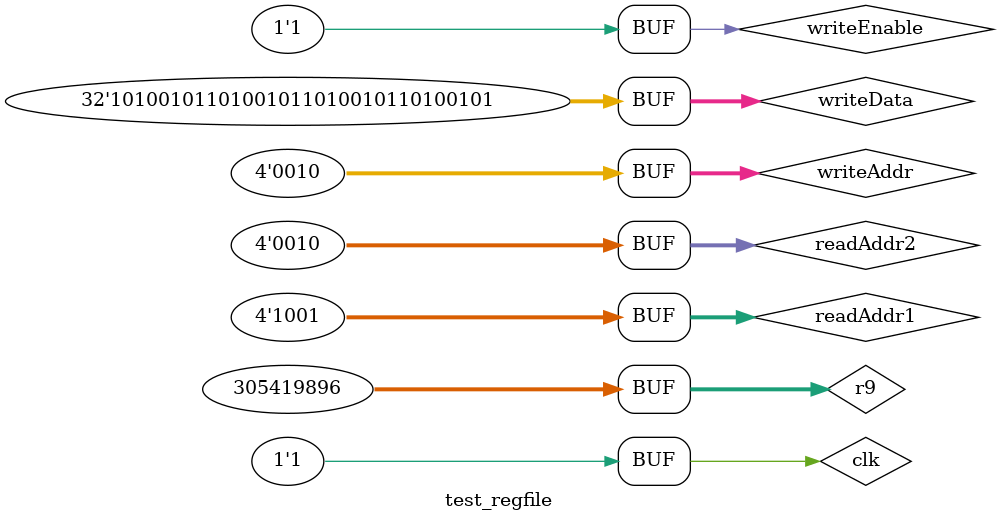
<source format=sv>
module test_regfile;

    // Signals
    logic clk;
    logic writeEnable;
    logic [3:0] readAddr1, readAddr2, writeAddr;
    logic [31:0] writeData, r9;
    logic [31:0] readData1, readData2;
    
    // Instantiate the regfile module
    regfile u_regfile (
        .clk(clk),
        .writeEnable(writeEnable),
        .readAddr1(readAddr1),
        .readAddr2(readAddr2),
        .writeAddr(writeAddr),
        .writeData(writeData),
        .r9(r9),
        .readData1(readData1),
        .readData2(readData2)
    );
    
    // Initialize test inputs
    initial begin
        clk = 0;
        writeEnable = 0;
        readAddr1 = 4'b0000;
        readAddr2 = 4'b0001;
        writeAddr = 4'b0010;
        writeData = 32'hA5A5A5A5;
        r9 = 32'h12345678;
        
        // Apply a rising clock edge
        clk = 0;
        #5;
        clk = 1;
        #5;
        
        // Verify that the registers are not written because writeEnable is 0
        if (readData1 !== 32'h00000000) begin
            $display("Test Failed: readData1 is not 0");
        end
        else
            $display("Test Passed: readData1 is 0");
        
        if (readData2 !== 32'h00000000) begin
            $display("Test Failed: readData2 is not 0");
        end
        else
            $display("Test Passed: readData2 is 0");
        
        // Enable write operation
        readAddr2 = 4'b0010;
        writeEnable = 1;
        
        // Apply another rising clock edge
        clk = 0;
        #5;
        clk = 1;
        #5;
        
        // Verify that write operation is successful
        if (readData1 !== 32'h00000000) begin
            $display("Test Failed: readData1 is not 0 after write");
        end
        else
            $display("Test Passed: readData1 is 0 after write");
        
        if (readData2 !== 32'hA5A5A5A5) begin
            $display("Test Failed: readData2 is not hA5A5A5A5 after write");
        end
        else
            $display("Test Passed: readData2 is hA5A5A5A5 after write");
        
        // Set the write address to read from register 9
        readAddr1 = 4'b1001;
        
        // Apply another rising clock edge
        clk = 0;
        #5;
        clk = 1;
        #5;
        
        // Verify that the readData1 and readData2 values match r9
        if (readData1 !== 32'h12345678) begin
            $display("Test Failed: readData1 does not match r9");
        end
        else
            $display("Test Passed: readData1 matches r9");
    end
endmodule
</source>
